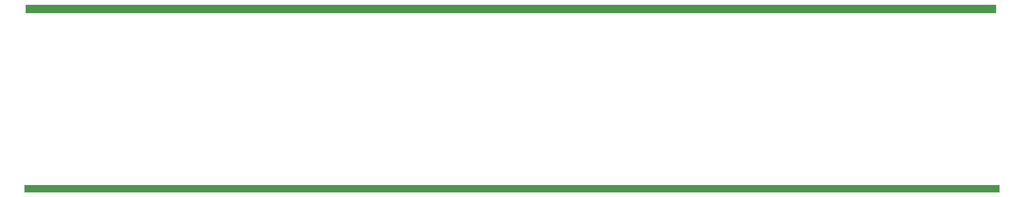
<source format=gbr>
%TF.GenerationSoftware,KiCad,Pcbnew,(5.1.10)-1*%
%TF.CreationDate,2022-05-26T11:50:09-06:00*%
%TF.ProjectId,Back_Panel,4261636b-5f50-4616-9e65-6c2e6b696361,rev?*%
%TF.SameCoordinates,Original*%
%TF.FileFunction,Soldermask,Top*%
%TF.FilePolarity,Negative*%
%FSLAX46Y46*%
G04 Gerber Fmt 4.6, Leading zero omitted, Abs format (unit mm)*
G04 Created by KiCad (PCBNEW (5.1.10)-1) date 2022-05-26 11:50:09*
%MOMM*%
%LPD*%
G01*
G04 APERTURE LIST*
%ADD10C,0.100000*%
G04 APERTURE END LIST*
D10*
G36*
X411000000Y-500000D02*
G01*
X-1000000Y-500000D01*
X-1000000Y2500000D01*
X411000000Y2500000D01*
X411000000Y-500000D01*
G37*
X411000000Y-500000D02*
X-1000000Y-500000D01*
X-1000000Y2500000D01*
X411000000Y2500000D01*
X411000000Y-500000D01*
G36*
X409500000Y75500000D02*
G01*
X-500000Y75500000D01*
X-500000Y79000000D01*
X409500000Y79000000D01*
X409500000Y75500000D01*
G37*
X409500000Y75500000D02*
X-500000Y75500000D01*
X-500000Y79000000D01*
X409500000Y79000000D01*
X409500000Y75500000D01*
M02*

</source>
